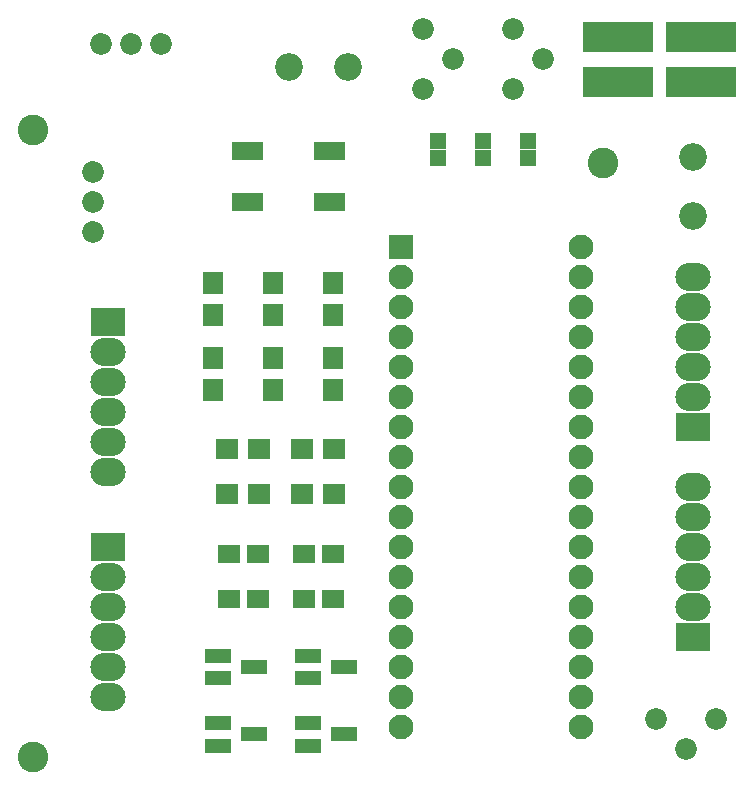
<source format=gbr>
G04 #@! TF.FileFunction,Soldermask,Top*
%FSLAX46Y46*%
G04 Gerber Fmt 4.6, Leading zero omitted, Abs format (unit mm)*
G04 Created by KiCad (PCBNEW 4.0.7) date 05/29/18 17:36:31*
%MOMM*%
%LPD*%
G01*
G04 APERTURE LIST*
%ADD10C,0.100000*%
%ADD11C,2.600000*%
%ADD12C,2.100000*%
%ADD13R,2.100000X2.100000*%
%ADD14R,3.000000X2.400000*%
%ADD15O,3.000000X2.400000*%
%ADD16R,1.900000X1.650000*%
%ADD17R,1.900000X1.700000*%
%ADD18R,0.800000X1.500000*%
%ADD19C,2.350000*%
%ADD20R,5.900000X2.550000*%
%ADD21R,1.700000X1.900000*%
%ADD22C,1.840000*%
%ADD23R,2.300000X1.200000*%
%ADD24R,1.416000X1.416000*%
%ADD25C,1.850000*%
G04 APERTURE END LIST*
D10*
D11*
X134620000Y-100838000D03*
X86360000Y-98044000D03*
D12*
X132715000Y-107950000D03*
X132715000Y-110490000D03*
X132715000Y-113030000D03*
X132715000Y-115570000D03*
X132715000Y-118110000D03*
X132715000Y-120650000D03*
X132715000Y-123190000D03*
X132715000Y-125730000D03*
X132715000Y-128270000D03*
X132715000Y-130810000D03*
X132715000Y-133350000D03*
X132715000Y-135890000D03*
X132715000Y-138430000D03*
X132715000Y-140970000D03*
X132715000Y-143510000D03*
X132715000Y-146050000D03*
X132715000Y-148590000D03*
D13*
X117459000Y-107950000D03*
D12*
X117459000Y-110490000D03*
X117459000Y-113030000D03*
X117459000Y-115570000D03*
X117459000Y-118110000D03*
X117459000Y-120650000D03*
X117459000Y-123190000D03*
X117459000Y-125730000D03*
X117459000Y-128270000D03*
X117459000Y-130810000D03*
X117459000Y-133350000D03*
X117459000Y-135890000D03*
X117459000Y-138430000D03*
X117459000Y-140970000D03*
X117459000Y-143510000D03*
X117459000Y-146050000D03*
X117459000Y-148590000D03*
D14*
X92710000Y-114300000D03*
D15*
X92710000Y-116840000D03*
X92710000Y-119380000D03*
X92710000Y-121920000D03*
X92710000Y-124460000D03*
X92710000Y-127000000D03*
D16*
X111740000Y-133985000D03*
X109240000Y-133985000D03*
X105390000Y-133985000D03*
X102890000Y-133985000D03*
X111740000Y-137795000D03*
X109240000Y-137795000D03*
D17*
X111840000Y-125095000D03*
X109140000Y-125095000D03*
X105490000Y-125095000D03*
X102790000Y-125095000D03*
X111840000Y-128905000D03*
X109140000Y-128905000D03*
D18*
X110460000Y-104140000D03*
X111110000Y-104140000D03*
X111760000Y-104140000D03*
X112410000Y-104140000D03*
X112410000Y-99840000D03*
X111760000Y-99840000D03*
X111110000Y-99840000D03*
X110460000Y-99840000D03*
X103490000Y-104140000D03*
X104140000Y-104140000D03*
X104790000Y-104140000D03*
X105440000Y-104140000D03*
X105440000Y-99840000D03*
X104790000Y-99840000D03*
X104140000Y-99840000D03*
X103490000Y-99840000D03*
D14*
X92710000Y-133350000D03*
D15*
X92710000Y-135890000D03*
X92710000Y-138430000D03*
X92710000Y-140970000D03*
X92710000Y-143510000D03*
X92710000Y-146050000D03*
D19*
X112990000Y-92710000D03*
X107990000Y-92710000D03*
D14*
X142240000Y-123190000D03*
D15*
X142240000Y-120650000D03*
X142240000Y-118110000D03*
X142240000Y-115570000D03*
X142240000Y-113030000D03*
X142240000Y-110490000D03*
D20*
X135890000Y-90150000D03*
X135890000Y-94000000D03*
D21*
X111760000Y-113745000D03*
X111760000Y-111045000D03*
X106680000Y-113745000D03*
X106680000Y-111045000D03*
X101600000Y-113745000D03*
X101600000Y-111045000D03*
X111760000Y-120095000D03*
X111760000Y-117395000D03*
X106680000Y-120095000D03*
X106680000Y-117395000D03*
D22*
X127000000Y-94615000D03*
X129540000Y-92075000D03*
X127000000Y-89535000D03*
X119380000Y-94615000D03*
X121920000Y-92075000D03*
X119380000Y-89535000D03*
D23*
X102005000Y-142560000D03*
X102005000Y-144460000D03*
X105005000Y-143510000D03*
X109625000Y-142560000D03*
X109625000Y-144460000D03*
X112625000Y-143510000D03*
D16*
X105390000Y-137795000D03*
X102890000Y-137795000D03*
D17*
X105490000Y-128905000D03*
X102790000Y-128905000D03*
D19*
X142240000Y-105370000D03*
X142240000Y-100370000D03*
D14*
X142240000Y-140970000D03*
D15*
X142240000Y-138430000D03*
X142240000Y-135890000D03*
X142240000Y-133350000D03*
X142240000Y-130810000D03*
X142240000Y-128270000D03*
D24*
X120650000Y-100393500D03*
X120650000Y-98996500D03*
X128270000Y-100393500D03*
X128270000Y-98996500D03*
X124460000Y-100393500D03*
X124460000Y-98996500D03*
D20*
X142875000Y-90150000D03*
X142875000Y-94000000D03*
D23*
X102005000Y-148275000D03*
X102005000Y-150175000D03*
X105005000Y-149225000D03*
X109625000Y-148275000D03*
X109625000Y-150175000D03*
X112625000Y-149225000D03*
D21*
X101600000Y-120095000D03*
X101600000Y-117395000D03*
D22*
X139065000Y-147955000D03*
X141605000Y-150495000D03*
X144145000Y-147955000D03*
D25*
X91440000Y-104140000D03*
X91440000Y-101600000D03*
X91440000Y-106680000D03*
X94615000Y-90805000D03*
X97155000Y-90805000D03*
X92075000Y-90805000D03*
D11*
X86360000Y-151130000D03*
M02*

</source>
